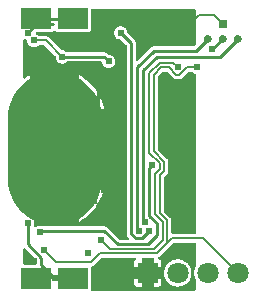
<source format=gbl>
G04 Layer: BottomLayer*
G04 EasyEDA v6.2.46, 2019-12-26T15:44:02--5:00*
G04 111d7bdae86b4e7985bcd74f00d2b945,ad3383c819c44bf79b2f5f1fb32db82d,10*
G04 Gerber Generator version 0.2*
G04 Scale: 100 percent, Rotated: No, Reflected: No *
G04 Dimensions in inches *
G04 leading zeros omitted , absolute positions ,2 integer and 4 decimal *
%FSLAX24Y24*%
%MOIN*%
G90*
G70D02*

%ADD10C,0.010000*%
%ADD12C,0.007992*%
%ADD14C,0.024000*%
%ADD26R,0.070866X0.070866*%
%ADD27C,0.070866*%

%LPD*%
G36*
G01X4875Y7409D02*
G01X4774Y7409D01*
G01X4762Y7407D01*
G01X4756Y7404D01*
G01X4751Y7401D01*
G01X4746Y7397D01*
G01X4602Y7253D01*
G01X4598Y7248D01*
G01X4595Y7243D01*
G01X4592Y7237D01*
G01X4590Y7225D01*
G01X4590Y4824D01*
G01X4592Y4812D01*
G01X4595Y4806D01*
G01X4598Y4801D01*
G01X4602Y4796D01*
G01X4907Y4491D01*
G01X4914Y4482D01*
G01X4920Y4473D01*
G01X4930Y4453D01*
G01X4934Y4443D01*
G01X4937Y4432D01*
G01X4939Y4422D01*
G01X4940Y4411D01*
G01X4940Y4088D01*
G01X4939Y4077D01*
G01X4937Y4067D01*
G01X4934Y4056D01*
G01X4930Y4046D01*
G01X4920Y4026D01*
G01X4914Y4017D01*
G01X4907Y4008D01*
G01X4802Y3903D01*
G01X4798Y3898D01*
G01X4795Y3893D01*
G01X4792Y3887D01*
G01X4790Y3875D01*
G01X4790Y2774D01*
G01X4792Y2762D01*
G01X4795Y2756D01*
G01X4798Y2751D01*
G01X4802Y2746D01*
G01X5007Y2541D01*
G01X5014Y2532D01*
G01X5020Y2523D01*
G01X5030Y2503D01*
G01X5034Y2493D01*
G01X5037Y2482D01*
G01X5039Y2472D01*
G01X5040Y2461D01*
G01X5040Y2030D01*
G01X5041Y2025D01*
G01X5042Y2019D01*
G01X5044Y2014D01*
G01X5050Y2004D01*
G01X5054Y2000D01*
G01X5064Y1994D01*
G01X5069Y1992D01*
G01X5075Y1991D01*
G01X5080Y1990D01*
G01X5810Y1990D01*
G01X5815Y1991D01*
G01X5821Y1992D01*
G01X5826Y1994D01*
G01X5836Y2000D01*
G01X5840Y2004D01*
G01X5846Y2014D01*
G01X5848Y2019D01*
G01X5849Y2025D01*
G01X5850Y2030D01*
G01X5850Y7305D01*
G01X5848Y7317D01*
G01X5842Y7327D01*
G01X5838Y7332D01*
G01X5834Y7336D01*
G01X5829Y7340D01*
G01X5823Y7342D01*
G01X5810Y7347D01*
G01X5797Y7354D01*
G01X5773Y7368D01*
G01X5761Y7377D01*
G01X5750Y7386D01*
G01X5735Y7401D01*
G01X5730Y7404D01*
G01X5718Y7408D01*
G01X5711Y7409D01*
G01X5624Y7409D01*
G01X5612Y7407D01*
G01X5606Y7404D01*
G01X5601Y7401D01*
G01X5596Y7397D01*
G01X5391Y7192D01*
G01X5382Y7185D01*
G01X5373Y7179D01*
G01X5353Y7169D01*
G01X5343Y7165D01*
G01X5332Y7162D01*
G01X5322Y7160D01*
G01X5311Y7159D01*
G01X5188Y7159D01*
G01X5177Y7160D01*
G01X5167Y7162D01*
G01X5156Y7165D01*
G01X5146Y7169D01*
G01X5126Y7179D01*
G01X5117Y7185D01*
G01X5108Y7192D01*
G01X4903Y7397D01*
G01X4898Y7401D01*
G01X4893Y7404D01*
G01X4887Y7407D01*
G01X4875Y7409D01*
G37*

%LPD*%
G36*
G01X5815Y9498D02*
G01X2395Y9498D01*
G01X2389Y9497D01*
G01X2384Y9495D01*
G01X2379Y9492D01*
G01X2375Y9489D01*
G01X2370Y9485D01*
G01X2364Y9475D01*
G01X2362Y9470D01*
G01X2361Y9464D01*
G01X2361Y8830D01*
G01X2359Y8812D01*
G01X2357Y8803D01*
G01X2354Y8794D01*
G01X2350Y8785D01*
G01X2346Y8777D01*
G01X2340Y8769D01*
G01X2334Y8762D01*
G01X2328Y8756D01*
G01X2321Y8750D01*
G01X2313Y8744D01*
G01X2305Y8740D01*
G01X2296Y8736D01*
G01X2287Y8733D01*
G01X2278Y8731D01*
G01X2260Y8729D01*
G01X1260Y8729D01*
G01X1242Y8731D01*
G01X1233Y8733D01*
G01X1224Y8736D01*
G01X1216Y8739D01*
G01X1208Y8743D01*
G01X1200Y8748D01*
G01X1193Y8754D01*
G01X1187Y8760D01*
G01X1181Y8767D01*
G01X1177Y8772D01*
G01X1167Y8778D01*
G01X1155Y8782D01*
G01X1144Y8782D01*
G01X1132Y8778D01*
G01X1122Y8772D01*
G01X1118Y8767D01*
G01X1112Y8760D01*
G01X1106Y8754D01*
G01X1099Y8748D01*
G01X1091Y8743D01*
G01X1083Y8739D01*
G01X1075Y8736D01*
G01X1066Y8733D01*
G01X1057Y8731D01*
G01X1039Y8729D01*
G01X547Y8729D01*
G01X542Y8728D01*
G01X536Y8726D01*
G01X531Y8723D01*
G01X519Y8711D01*
G01X516Y8706D01*
G01X514Y8700D01*
G01X513Y8695D01*
G01X513Y8683D01*
G01X514Y8678D01*
G01X517Y8672D01*
G01X519Y8667D01*
G01X527Y8659D01*
G01X532Y8655D01*
G01X537Y8652D01*
G01X550Y8646D01*
G01X563Y8639D01*
G01X575Y8631D01*
G01X587Y8622D01*
G01X598Y8613D01*
G01X609Y8603D01*
G01X614Y8598D01*
G01X619Y8595D01*
G01X631Y8591D01*
G01X638Y8590D01*
G01X861Y8590D01*
G01X872Y8589D01*
G01X882Y8587D01*
G01X893Y8584D01*
G01X903Y8580D01*
G01X923Y8570D01*
G01X932Y8564D01*
G01X941Y8557D01*
G01X1366Y8132D01*
G01X1371Y8128D01*
G01X1376Y8125D01*
G01X1382Y8122D01*
G01X1394Y8120D01*
G01X1395Y8120D01*
G01X1400Y8121D01*
G01X1413Y8120D01*
G01X1427Y8119D01*
G01X1441Y8117D01*
G01X1454Y8114D01*
G01X1467Y8110D01*
G01X1493Y8100D01*
G01X1529Y8079D01*
G01X1540Y8070D01*
G01X1550Y8061D01*
G01X1555Y8057D01*
G01X1560Y8054D01*
G01X1566Y8052D01*
G01X1571Y8051D01*
G01X2800Y8051D01*
G01X2811Y8050D01*
G01X2823Y8049D01*
G01X2835Y8046D01*
G01X2846Y8043D01*
G01X2857Y8039D01*
G01X2868Y8034D01*
G01X2888Y8022D01*
G01X2898Y8014D01*
G01X2930Y7982D01*
G01X2935Y7978D01*
G01X2940Y7975D01*
G01X2946Y7973D01*
G01X2951Y7971D01*
G01X2957Y7970D01*
G01X2971Y7969D01*
G01X2984Y7968D01*
G01X2998Y7965D01*
G01X3011Y7962D01*
G01X3024Y7958D01*
G01X3036Y7953D01*
G01X3049Y7947D01*
G01X3061Y7941D01*
G01X3094Y7917D01*
G01X3104Y7908D01*
G01X3122Y7888D01*
G01X3138Y7866D01*
G01X3150Y7842D01*
G01X3156Y7829D01*
G01X3164Y7803D01*
G01X3167Y7790D01*
G01X3169Y7777D01*
G01X3171Y7749D01*
G01X3169Y7723D01*
G01X3167Y7710D01*
G01X3164Y7697D01*
G01X3156Y7671D01*
G01X3151Y7659D01*
G01X3139Y7635D01*
G01X3123Y7613D01*
G01X3115Y7603D01*
G01X3106Y7593D01*
G01X3096Y7584D01*
G01X3086Y7576D01*
G01X3064Y7560D01*
G01X3040Y7548D01*
G01X3028Y7543D01*
G01X3002Y7535D01*
G01X2989Y7532D01*
G01X2976Y7530D01*
G01X2950Y7528D01*
G01X2922Y7530D01*
G01X2909Y7532D01*
G01X2896Y7535D01*
G01X2870Y7543D01*
G01X2857Y7549D01*
G01X2833Y7561D01*
G01X2811Y7577D01*
G01X2791Y7595D01*
G01X2782Y7605D01*
G01X2773Y7616D01*
G01X2766Y7627D01*
G01X2758Y7638D01*
G01X2752Y7650D01*
G01X2746Y7663D01*
G01X2741Y7675D01*
G01X2737Y7688D01*
G01X2734Y7701D01*
G01X2731Y7715D01*
G01X2730Y7720D01*
G01X2728Y7726D01*
G01X2725Y7730D01*
G01X2722Y7735D01*
G01X2718Y7739D01*
G01X2708Y7745D01*
G01X2703Y7747D01*
G01X2697Y7748D01*
G01X1571Y7748D01*
G01X1566Y7747D01*
G01X1560Y7745D01*
G01X1555Y7742D01*
G01X1550Y7738D01*
G01X1540Y7729D01*
G01X1529Y7720D01*
G01X1493Y7699D01*
G01X1467Y7689D01*
G01X1454Y7685D01*
G01X1441Y7682D01*
G01X1427Y7680D01*
G01X1413Y7679D01*
G01X1386Y7679D01*
G01X1373Y7680D01*
G01X1360Y7682D01*
G01X1347Y7685D01*
G01X1321Y7693D01*
G01X1309Y7698D01*
G01X1285Y7710D01*
G01X1263Y7726D01*
G01X1253Y7734D01*
G01X1243Y7743D01*
G01X1234Y7753D01*
G01X1226Y7763D01*
G01X1210Y7785D01*
G01X1198Y7809D01*
G01X1193Y7821D01*
G01X1185Y7847D01*
G01X1182Y7860D01*
G01X1180Y7873D01*
G01X1179Y7886D01*
G01X1178Y7900D01*
G01X1179Y7904D01*
G01X1179Y7905D01*
G01X1177Y7917D01*
G01X1174Y7923D01*
G01X1171Y7928D01*
G01X1167Y7933D01*
G01X803Y8297D01*
G01X798Y8301D01*
G01X793Y8304D01*
G01X787Y8307D01*
G01X775Y8309D01*
G01X638Y8309D01*
G01X631Y8308D01*
G01X619Y8304D01*
G01X614Y8301D01*
G01X609Y8296D01*
G01X589Y8278D01*
G01X578Y8270D01*
G01X566Y8262D01*
G01X555Y8255D01*
G01X542Y8249D01*
G01X530Y8244D01*
G01X517Y8239D01*
G01X504Y8235D01*
G01X490Y8232D01*
G01X477Y8230D01*
G01X463Y8229D01*
G01X450Y8228D01*
G01X422Y8230D01*
G01X408Y8232D01*
G01X395Y8235D01*
G01X382Y8239D01*
G01X356Y8249D01*
G01X344Y8255D01*
G01X332Y8262D01*
G01X310Y8278D01*
G01X299Y8287D01*
G01X290Y8297D01*
G01X280Y8307D01*
G01X264Y8329D01*
G01X257Y8341D01*
G01X251Y8353D01*
G01X245Y8366D01*
G01X240Y8379D01*
G01X236Y8392D01*
G01X233Y8405D01*
G01X229Y8433D01*
G01X229Y8446D01*
G01X227Y8458D01*
G01X224Y8463D01*
G01X222Y8468D01*
G01X218Y8473D01*
G01X214Y8477D01*
G01X209Y8480D01*
G01X203Y8483D01*
G01X198Y8485D01*
G01X184Y8488D01*
G01X170Y8493D01*
G01X157Y8499D01*
G01X152Y8501D01*
G01X146Y8502D01*
G01X135Y8502D01*
G01X129Y8501D01*
G01X124Y8499D01*
G01X114Y8493D01*
G01X110Y8489D01*
G01X104Y8479D01*
G01X102Y8474D01*
G01X101Y8468D01*
G01X101Y7214D01*
G01X102Y7208D01*
G01X104Y7203D01*
G01X110Y7193D01*
G01X114Y7189D01*
G01X124Y7183D01*
G01X129Y7181D01*
G01X135Y7180D01*
G01X140Y7179D01*
G01X154Y7181D01*
G01X160Y7184D01*
G01X165Y7188D01*
G01X193Y7209D01*
G01X203Y7216D01*
G01X337Y7297D01*
G01X337Y6154D01*
G01X135Y6154D01*
G01X129Y6152D01*
G01X119Y6148D01*
G01X114Y6144D01*
G01X110Y6140D01*
G01X107Y6136D01*
G01X104Y6131D01*
G01X102Y6125D01*
G01X101Y6120D01*
G01X101Y3579D01*
G01X102Y3574D01*
G01X104Y3568D01*
G01X107Y3563D01*
G01X110Y3559D01*
G01X114Y3555D01*
G01X119Y3551D01*
G01X129Y3547D01*
G01X135Y3545D01*
G01X337Y3545D01*
G01X337Y2577D01*
G01X339Y2565D01*
G01X341Y2560D01*
G01X344Y2554D01*
G01X348Y2550D01*
G01X358Y2542D01*
G01X369Y2535D01*
G01X381Y2527D01*
G01X392Y2519D01*
G01X402Y2510D01*
G01X411Y2500D01*
G01X421Y2489D01*
G01X429Y2479D01*
G01X437Y2467D01*
G01X444Y2455D01*
G01X450Y2443D01*
G01X460Y2417D01*
G01X464Y2404D01*
G01X467Y2391D01*
G01X469Y2377D01*
G01X470Y2363D01*
G01X471Y2350D01*
G01X470Y2334D01*
G01X466Y2304D01*
G01X462Y2290D01*
G01X457Y2273D01*
G01X455Y2266D01*
G01X454Y2259D01*
G01X455Y2254D01*
G01X456Y2248D01*
G01X458Y2243D01*
G01X464Y2233D01*
G01X468Y2229D01*
G01X478Y2223D01*
G01X483Y2221D01*
G01X489Y2220D01*
G01X494Y2219D01*
G01X501Y2220D01*
G01X507Y2221D01*
G01X513Y2224D01*
G01X518Y2227D01*
G01X535Y2239D01*
G01X559Y2251D01*
G01X571Y2256D01*
G01X597Y2264D01*
G01X610Y2267D01*
G01X623Y2269D01*
G01X636Y2270D01*
G01X664Y2270D01*
G01X678Y2269D01*
G01X693Y2266D01*
G01X707Y2263D01*
G01X721Y2259D01*
G01X734Y2254D01*
G01X742Y2251D01*
G01X2800Y2251D01*
G01X2811Y2250D01*
G01X2823Y2249D01*
G01X2835Y2246D01*
G01X2846Y2243D01*
G01X2857Y2239D01*
G01X2868Y2234D01*
G01X2888Y2222D01*
G01X2898Y2214D01*
G01X3300Y1812D01*
G01X3305Y1808D01*
G01X3310Y1805D01*
G01X3316Y1802D01*
G01X3322Y1801D01*
G01X3594Y1801D01*
G01X3600Y1802D01*
G01X3605Y1804D01*
G01X3615Y1810D01*
G01X3619Y1814D01*
G01X3625Y1824D01*
G01X3627Y1829D01*
G01X3628Y1835D01*
G01X3628Y1847D01*
G01X3624Y1859D01*
G01X3621Y1864D01*
G01X3617Y1869D01*
G01X3585Y1901D01*
G01X3577Y1911D01*
G01X3565Y1931D01*
G01X3560Y1942D01*
G01X3556Y1953D01*
G01X3553Y1964D01*
G01X3550Y1976D01*
G01X3548Y2000D01*
G01X3548Y8277D01*
G01X3547Y8283D01*
G01X3544Y8289D01*
G01X3541Y8294D01*
G01X3537Y8299D01*
G01X3369Y8467D01*
G01X3364Y8471D01*
G01X3359Y8474D01*
G01X3353Y8476D01*
G01X3348Y8478D01*
G01X3342Y8479D01*
G01X3328Y8480D01*
G01X3315Y8481D01*
G01X3301Y8484D01*
G01X3288Y8487D01*
G01X3275Y8491D01*
G01X3263Y8496D01*
G01X3250Y8502D01*
G01X3238Y8508D01*
G01X3205Y8532D01*
G01X3195Y8541D01*
G01X3177Y8561D01*
G01X3161Y8583D01*
G01X3149Y8607D01*
G01X3143Y8620D01*
G01X3135Y8646D01*
G01X3132Y8659D01*
G01X3130Y8672D01*
G01X3128Y8700D01*
G01X3130Y8726D01*
G01X3132Y8739D01*
G01X3135Y8752D01*
G01X3143Y8778D01*
G01X3148Y8790D01*
G01X3160Y8814D01*
G01X3176Y8836D01*
G01X3184Y8846D01*
G01X3193Y8856D01*
G01X3203Y8865D01*
G01X3213Y8873D01*
G01X3235Y8889D01*
G01X3259Y8901D01*
G01X3271Y8906D01*
G01X3297Y8914D01*
G01X3310Y8917D01*
G01X3323Y8919D01*
G01X3336Y8920D01*
G01X3350Y8921D01*
G01X3363Y8920D01*
G01X3377Y8919D01*
G01X3390Y8917D01*
G01X3403Y8914D01*
G01X3429Y8906D01*
G01X3442Y8900D01*
G01X3466Y8888D01*
G01X3488Y8872D01*
G01X3508Y8854D01*
G01X3517Y8844D01*
G01X3541Y8811D01*
G01X3547Y8799D01*
G01X3553Y8786D01*
G01X3558Y8774D01*
G01X3562Y8761D01*
G01X3565Y8748D01*
G01X3568Y8734D01*
G01X3569Y8721D01*
G01X3570Y8707D01*
G01X3571Y8701D01*
G01X3573Y8696D01*
G01X3575Y8690D01*
G01X3578Y8685D01*
G01X3582Y8680D01*
G01X3814Y8448D01*
G01X3822Y8438D01*
G01X3834Y8418D01*
G01X3839Y8407D01*
G01X3843Y8396D01*
G01X3846Y8385D01*
G01X3849Y8373D01*
G01X3851Y8349D01*
G01X3851Y7805D01*
G01X3852Y7799D01*
G01X3854Y7794D01*
G01X3860Y7784D01*
G01X3864Y7780D01*
G01X3874Y7774D01*
G01X3879Y7772D01*
G01X3885Y7771D01*
G01X3897Y7771D01*
G01X3909Y7775D01*
G01X3914Y7778D01*
G01X3919Y7782D01*
G01X4351Y8214D01*
G01X4361Y8222D01*
G01X4381Y8234D01*
G01X4392Y8239D01*
G01X4403Y8243D01*
G01X4414Y8246D01*
G01X4426Y8249D01*
G01X4438Y8250D01*
G01X4449Y8251D01*
G01X5777Y8251D01*
G01X5783Y8252D01*
G01X5789Y8255D01*
G01X5794Y8258D01*
G01X5799Y8262D01*
G01X5838Y8301D01*
G01X5842Y8306D01*
G01X5845Y8311D01*
G01X5848Y8317D01*
G01X5849Y8323D01*
G01X5850Y8330D01*
G01X5850Y9459D01*
G01X5849Y9464D01*
G01X5848Y9470D01*
G01X5846Y9475D01*
G01X5840Y9485D01*
G01X5836Y9489D01*
G01X5826Y9495D01*
G01X5821Y9497D01*
G01X5815Y9498D01*
G37*

%LPC*%
G36*
G01X2792Y3545D02*
G01X1962Y3545D01*
G01X1962Y2402D01*
G01X2096Y2483D01*
G01X2106Y2490D01*
G01X2256Y2607D01*
G01X2265Y2615D01*
G01X2400Y2750D01*
G01X2408Y2759D01*
G01X2525Y2908D01*
G01X2532Y2918D01*
G01X2630Y3081D01*
G01X2636Y3092D01*
G01X2714Y3265D01*
G01X2718Y3277D01*
G01X2775Y3458D01*
G01X2778Y3470D01*
G01X2792Y3545D01*
G37*
G36*
G01X2096Y7216D02*
G01X1962Y7297D01*
G01X1962Y6154D01*
G01X2792Y6154D01*
G01X2778Y6229D01*
G01X2775Y6241D01*
G01X2718Y6422D01*
G01X2714Y6434D01*
G01X2636Y6607D01*
G01X2630Y6618D01*
G01X2532Y6781D01*
G01X2525Y6791D01*
G01X2408Y6940D01*
G01X2400Y6949D01*
G01X2265Y7084D01*
G01X2256Y7092D01*
G01X2106Y7209D01*
G01X2096Y7216D01*
G37*

%LPD*%
G36*
G01X147Y1528D02*
G01X135Y1528D01*
G01X129Y1527D01*
G01X124Y1525D01*
G01X114Y1519D01*
G01X110Y1515D01*
G01X104Y1505D01*
G01X102Y1500D01*
G01X101Y1494D01*
G01X101Y1004D01*
G01X102Y999D01*
G01X104Y993D01*
G01X107Y988D01*
G01X110Y984D01*
G01X114Y980D01*
G01X119Y976D01*
G01X124Y973D01*
G01X129Y971D01*
G01X135Y970D01*
G01X514Y970D01*
G01X520Y971D01*
G01X525Y973D01*
G01X530Y976D01*
G01X535Y980D01*
G01X539Y984D01*
G01X542Y988D01*
G01X545Y993D01*
G01X547Y999D01*
G01X548Y1004D01*
G01X548Y1127D01*
G01X547Y1133D01*
G01X544Y1139D01*
G01X541Y1144D01*
G01X537Y1149D01*
G01X169Y1517D01*
G01X164Y1521D01*
G01X159Y1524D01*
G01X147Y1528D01*
G37*

%LPD*%
G36*
G01X5810Y1709D02*
G01X5124Y1709D01*
G01X5112Y1707D01*
G01X5106Y1704D01*
G01X5101Y1701D01*
G01X5096Y1697D01*
G01X4649Y1250D01*
G01X4639Y1241D01*
G01X4629Y1233D01*
G01X4617Y1226D01*
G01X4612Y1223D01*
G01X4608Y1219D01*
G01X4604Y1214D01*
G01X4601Y1209D01*
G01X4597Y1197D01*
G01X4597Y1185D01*
G01X4598Y1179D01*
G01X4607Y1164D01*
G01X4612Y1160D01*
G01X4616Y1156D01*
G01X4622Y1154D01*
G01X4627Y1152D01*
G01X4636Y1150D01*
G01X4660Y1138D01*
G01X4674Y1126D01*
G01X4680Y1120D01*
G01X4686Y1113D01*
G01X4691Y1105D01*
G01X4695Y1097D01*
G01X4698Y1089D01*
G01X4701Y1080D01*
G01X4703Y1072D01*
G01X4705Y1054D01*
G01X4705Y902D01*
G01X4452Y902D01*
G01X4452Y1169D01*
G01X4451Y1174D01*
G01X4450Y1180D01*
G01X4448Y1185D01*
G01X4442Y1195D01*
G01X4438Y1199D01*
G01X4428Y1205D01*
G01X4423Y1207D01*
G01X4417Y1208D01*
G01X4412Y1209D01*
G01X4087Y1209D01*
G01X4082Y1208D01*
G01X4076Y1207D01*
G01X4071Y1205D01*
G01X4061Y1199D01*
G01X4057Y1195D01*
G01X4051Y1185D01*
G01X4049Y1180D01*
G01X4048Y1174D01*
G01X4047Y1169D01*
G01X4047Y902D01*
G01X3794Y902D01*
G01X3794Y1054D01*
G01X3795Y1063D01*
G01X3796Y1073D01*
G01X3798Y1082D01*
G01X3801Y1091D01*
G01X3805Y1100D01*
G01X3810Y1108D01*
G01X3816Y1116D01*
G01X3822Y1123D01*
G01X3829Y1130D01*
G01X3836Y1136D01*
G01X3841Y1140D01*
G01X3849Y1150D01*
G01X3853Y1162D01*
G01X3853Y1174D01*
G01X3852Y1180D01*
G01X3850Y1185D01*
G01X3847Y1190D01*
G01X3843Y1195D01*
G01X3839Y1199D01*
G01X3835Y1202D01*
G01X3830Y1205D01*
G01X3824Y1207D01*
G01X3819Y1208D01*
G01X3813Y1209D01*
G01X2724Y1209D01*
G01X2712Y1207D01*
G01X2706Y1204D01*
G01X2701Y1201D01*
G01X2696Y1197D01*
G01X2441Y942D01*
G01X2421Y928D01*
G01X2411Y923D01*
G01X2400Y918D01*
G01X2389Y914D01*
G01X2379Y910D01*
G01X2374Y906D01*
G01X2370Y902D01*
G01X2367Y898D01*
G01X2364Y892D01*
G01X2362Y887D01*
G01X2361Y882D01*
G01X2361Y169D01*
G01X2359Y149D01*
G01X2358Y140D01*
G01X2358Y135D01*
G01X2359Y129D01*
G01X2361Y124D01*
G01X2364Y119D01*
G01X2368Y114D01*
G01X2372Y110D01*
G01X2376Y107D01*
G01X2381Y104D01*
G01X2387Y102D01*
G01X2392Y101D01*
G01X5815Y101D01*
G01X5821Y102D01*
G01X5826Y104D01*
G01X5836Y110D01*
G01X5840Y114D01*
G01X5846Y124D01*
G01X5848Y129D01*
G01X5850Y141D01*
G01X5850Y472D01*
G01X5849Y478D01*
G01X5847Y485D01*
G01X5845Y490D01*
G01X5836Y508D01*
G01X5828Y526D01*
G01X5821Y545D01*
G01X5815Y563D01*
G01X5810Y582D01*
G01X5805Y602D01*
G01X5801Y621D01*
G01X5798Y640D01*
G01X5796Y660D01*
G01X5794Y700D01*
G01X5795Y719D01*
G01X5796Y739D01*
G01X5798Y759D01*
G01X5801Y778D01*
G01X5805Y797D01*
G01X5810Y817D01*
G01X5815Y836D01*
G01X5821Y854D01*
G01X5828Y873D01*
G01X5836Y891D01*
G01X5845Y909D01*
G01X5847Y914D01*
G01X5849Y921D01*
G01X5850Y927D01*
G01X5850Y1669D01*
G01X5849Y1674D01*
G01X5848Y1680D01*
G01X5846Y1685D01*
G01X5840Y1695D01*
G01X5836Y1699D01*
G01X5826Y1705D01*
G01X5821Y1707D01*
G01X5815Y1708D01*
G01X5810Y1709D01*
G37*

%LPC*%
G36*
G01X5288Y1153D02*
G01X5250Y1155D01*
G01X5230Y1154D01*
G01X5211Y1153D01*
G01X5192Y1151D01*
G01X5154Y1145D01*
G01X5116Y1135D01*
G01X5098Y1129D01*
G01X5080Y1122D01*
G01X5062Y1114D01*
G01X5045Y1106D01*
G01X5027Y1097D01*
G01X4995Y1077D01*
G01X4979Y1066D01*
G01X4963Y1054D01*
G01X4949Y1041D01*
G01X4934Y1028D01*
G01X4921Y1015D01*
G01X4908Y1000D01*
G01X4895Y986D01*
G01X4883Y970D01*
G01X4872Y954D01*
G01X4852Y922D01*
G01X4843Y904D01*
G01X4835Y887D01*
G01X4827Y869D01*
G01X4820Y851D01*
G01X4814Y833D01*
G01X4804Y795D01*
G01X4798Y757D01*
G01X4796Y738D01*
G01X4794Y700D01*
G01X4795Y680D01*
G01X4796Y661D01*
G01X4798Y642D01*
G01X4804Y604D01*
G01X4814Y566D01*
G01X4820Y548D01*
G01X4827Y530D01*
G01X4835Y512D01*
G01X4843Y495D01*
G01X4852Y477D01*
G01X4872Y445D01*
G01X4883Y429D01*
G01X4895Y413D01*
G01X4908Y399D01*
G01X4921Y384D01*
G01X4934Y371D01*
G01X4949Y358D01*
G01X4963Y345D01*
G01X4979Y333D01*
G01X4995Y322D01*
G01X5027Y302D01*
G01X5045Y293D01*
G01X5062Y285D01*
G01X5080Y277D01*
G01X5098Y270D01*
G01X5116Y264D01*
G01X5154Y254D01*
G01X5192Y248D01*
G01X5211Y246D01*
G01X5230Y245D01*
G01X5250Y244D01*
G01X5288Y246D01*
G01X5307Y248D01*
G01X5345Y254D01*
G01X5383Y264D01*
G01X5401Y270D01*
G01X5419Y277D01*
G01X5437Y285D01*
G01X5454Y293D01*
G01X5472Y302D01*
G01X5504Y322D01*
G01X5520Y333D01*
G01X5536Y345D01*
G01X5550Y358D01*
G01X5565Y371D01*
G01X5578Y384D01*
G01X5591Y399D01*
G01X5604Y413D01*
G01X5616Y429D01*
G01X5627Y445D01*
G01X5647Y477D01*
G01X5656Y495D01*
G01X5664Y512D01*
G01X5672Y530D01*
G01X5679Y548D01*
G01X5685Y566D01*
G01X5695Y604D01*
G01X5701Y642D01*
G01X5703Y661D01*
G01X5704Y680D01*
G01X5705Y700D01*
G01X5703Y738D01*
G01X5701Y757D01*
G01X5695Y795D01*
G01X5685Y833D01*
G01X5679Y851D01*
G01X5672Y869D01*
G01X5664Y887D01*
G01X5656Y904D01*
G01X5647Y922D01*
G01X5627Y954D01*
G01X5616Y970D01*
G01X5604Y986D01*
G01X5591Y1000D01*
G01X5578Y1015D01*
G01X5565Y1028D01*
G01X5550Y1041D01*
G01X5536Y1054D01*
G01X5520Y1066D01*
G01X5504Y1077D01*
G01X5472Y1097D01*
G01X5454Y1106D01*
G01X5437Y1114D01*
G01X5419Y1122D01*
G01X5401Y1129D01*
G01X5383Y1135D01*
G01X5345Y1145D01*
G01X5307Y1151D01*
G01X5288Y1153D01*
G37*
G36*
G01X4047Y497D02*
G01X3794Y497D01*
G01X3794Y345D01*
G01X3796Y327D01*
G01X3798Y318D01*
G01X3801Y309D01*
G01X3805Y300D01*
G01X3809Y292D01*
G01X3815Y284D01*
G01X3821Y277D01*
G01X3827Y271D01*
G01X3834Y265D01*
G01X3842Y259D01*
G01X3850Y255D01*
G01X3859Y251D01*
G01X3868Y248D01*
G01X3877Y246D01*
G01X3895Y244D01*
G01X4047Y244D01*
G01X4047Y497D01*
G37*
G36*
G01X4705Y497D02*
G01X4452Y497D01*
G01X4452Y244D01*
G01X4604Y244D01*
G01X4622Y246D01*
G01X4631Y248D01*
G01X4640Y251D01*
G01X4649Y255D01*
G01X4657Y259D01*
G01X4665Y265D01*
G01X4672Y271D01*
G01X4678Y277D01*
G01X4684Y284D01*
G01X4690Y292D01*
G01X4694Y300D01*
G01X4698Y309D01*
G01X4701Y318D01*
G01X4703Y327D01*
G01X4705Y345D01*
G01X4705Y497D01*
G37*

%LPD*%
G54D12*
G01X4550Y1350D02*
G01X4900Y1700D01*
G01X4900Y2450D01*
G01X4650Y2700D01*
G01X4650Y3950D01*
G01X4800Y4100D01*
G01X4800Y4400D01*
G01X4450Y4750D01*
G01X4450Y7300D01*
G01X4700Y7550D01*
G01X4950Y7550D01*
G01X5200Y7300D01*
G01X5300Y7300D01*
G01X5550Y7550D01*
G01X5900Y7550D01*
G54D10*
G01X4400Y4300D02*
G01X4300Y4200D01*
G01X4300Y2600D01*
G01X4550Y2350D01*
G01X4550Y1950D01*
G01X4250Y1650D01*
G01X3250Y1650D01*
G01X2800Y2100D01*
G01X700Y2100D01*
G01X650Y2050D01*
G54D12*
G01X2700Y1800D02*
G01X3000Y1500D01*
G01X4450Y1500D01*
G01X4750Y1800D01*
G01X4750Y2400D01*
G01X4500Y2650D01*
G01X4500Y4000D01*
G01X4650Y4150D01*
G01X4650Y4350D01*
G01X4300Y4700D01*
G01X4300Y7350D01*
G01X4650Y7700D01*
G01X5100Y7700D01*
G01X5250Y7550D01*
G01X800Y1450D02*
G01X1200Y1050D01*
G01X2350Y1050D01*
G01X2650Y1350D01*
G01X4550Y1350D01*
G01X5050Y1850D01*
G01X6100Y1850D01*
G01X7250Y700D01*
G01X1150Y519D02*
G01X1760Y519D01*
G01X539Y519D02*
G01X1150Y519D01*
G01X450Y8450D02*
G01X850Y8450D01*
G01X1400Y7900D01*
G54D10*
G01X1400Y7900D02*
G01X2800Y7900D01*
G01X2950Y7750D01*
G01X4150Y2400D02*
G01X4100Y2450D01*
G01X4100Y7450D01*
G01X4550Y7900D01*
G01X6650Y7900D01*
G01X7250Y8500D01*
G01X6750Y8500D02*
G01X6400Y8150D01*
G01X3950Y2100D02*
G01X3900Y2150D01*
G01X3900Y7550D01*
G01X4450Y8100D01*
G01X5850Y8100D01*
G01X6250Y8500D01*
G01X3350Y8700D02*
G01X3700Y8350D01*
G01X3700Y2000D01*
G01X3850Y1850D01*
G01X4050Y1850D01*
G01X4300Y2100D01*
G01X1200Y4800D02*
G01X1200Y7450D01*
G01X1100Y7550D01*
G01X5200Y6366D02*
G01X5200Y3900D01*
G01X2800Y3800D02*
G01X2800Y4150D01*
G01X2800Y4150D02*
G01X2450Y4150D01*
G01X2450Y4150D02*
G01X2100Y4150D01*
G01X2100Y4150D02*
G01X2100Y3800D01*
G01X2100Y3800D02*
G01X2450Y3800D01*
G01X2450Y3800D02*
G01X2100Y4150D01*
G01X2100Y4150D02*
G01X1450Y4800D01*
G01X1200Y4800D01*
G01X1200Y4800D02*
G01X1800Y5400D01*
G01X1800Y7500D01*
G01X1200Y4800D02*
G01X2600Y6200D01*
G01X2600Y7400D01*
G54D12*
G01X6750Y9000D02*
G01X6450Y9300D01*
G01X5950Y9300D01*
G01X5750Y9100D01*
G01X5750Y8400D01*
G54D10*
G01X539Y9180D02*
G01X720Y9000D01*
G01X1096Y9000D01*
G01X250Y8700D02*
G01X539Y8989D01*
G01X539Y9180D01*
G01X539Y9180D02*
G01X1760Y9180D01*
G01X1150Y519D02*
G01X700Y969D01*
G01X700Y1200D01*
G01X250Y1650D01*
G01X250Y2350D01*
G36*
G01X6625Y9125D02*
G01X6625Y8875D01*
G01X6875Y8875D01*
G01X6875Y9125D01*
G01X6625Y9125D01*
G37*
G36*
G01X6250Y8625D02*
G01X6234Y8624D01*
G01X6220Y8621D01*
G01X6205Y8616D01*
G01X6191Y8610D01*
G01X6178Y8602D01*
G01X6167Y8593D01*
G01X6156Y8582D01*
G01X6147Y8571D01*
G01X6139Y8558D01*
G01X6133Y8544D01*
G01X6128Y8529D01*
G01X6125Y8515D01*
G01X6125Y8500D01*
G01X6125Y8500D01*
G01X6125Y8484D01*
G01X6128Y8470D01*
G01X6133Y8455D01*
G01X6139Y8441D01*
G01X6147Y8428D01*
G01X6156Y8417D01*
G01X6167Y8406D01*
G01X6178Y8397D01*
G01X6191Y8389D01*
G01X6205Y8383D01*
G01X6220Y8378D01*
G01X6234Y8375D01*
G01X6250Y8375D01*
G01X6250Y8375D01*
G01X6265Y8375D01*
G01X6279Y8378D01*
G01X6294Y8383D01*
G01X6308Y8389D01*
G01X6321Y8397D01*
G01X6332Y8406D01*
G01X6343Y8417D01*
G01X6352Y8428D01*
G01X6360Y8441D01*
G01X6366Y8455D01*
G01X6371Y8470D01*
G01X6374Y8484D01*
G01X6375Y8500D01*
G01X6375Y8500D01*
G01X6374Y8515D01*
G01X6371Y8529D01*
G01X6366Y8544D01*
G01X6360Y8558D01*
G01X6352Y8571D01*
G01X6343Y8582D01*
G01X6332Y8593D01*
G01X6321Y8602D01*
G01X6308Y8610D01*
G01X6294Y8616D01*
G01X6279Y8621D01*
G01X6265Y8624D01*
G01X6250Y8625D01*
G01X6250Y8625D01*
G37*
G36*
G01X7250Y8625D02*
G01X7234Y8624D01*
G01X7220Y8621D01*
G01X7205Y8616D01*
G01X7191Y8610D01*
G01X7178Y8602D01*
G01X7167Y8593D01*
G01X7156Y8582D01*
G01X7147Y8571D01*
G01X7139Y8558D01*
G01X7133Y8544D01*
G01X7128Y8529D01*
G01X7125Y8515D01*
G01X7125Y8500D01*
G01X7125Y8500D01*
G01X7125Y8484D01*
G01X7128Y8470D01*
G01X7133Y8455D01*
G01X7139Y8441D01*
G01X7147Y8428D01*
G01X7156Y8417D01*
G01X7167Y8406D01*
G01X7178Y8397D01*
G01X7191Y8389D01*
G01X7205Y8383D01*
G01X7220Y8378D01*
G01X7234Y8375D01*
G01X7250Y8375D01*
G01X7250Y8375D01*
G01X7265Y8375D01*
G01X7279Y8378D01*
G01X7294Y8383D01*
G01X7308Y8389D01*
G01X7321Y8397D01*
G01X7332Y8406D01*
G01X7343Y8417D01*
G01X7352Y8428D01*
G01X7360Y8441D01*
G01X7366Y8455D01*
G01X7371Y8470D01*
G01X7374Y8484D01*
G01X7375Y8500D01*
G01X7375Y8500D01*
G01X7374Y8515D01*
G01X7371Y8529D01*
G01X7366Y8544D01*
G01X7360Y8558D01*
G01X7352Y8571D01*
G01X7343Y8582D01*
G01X7332Y8593D01*
G01X7321Y8602D01*
G01X7308Y8610D01*
G01X7294Y8616D01*
G01X7279Y8621D01*
G01X7265Y8624D01*
G01X7250Y8625D01*
G01X7250Y8625D01*
G37*
G36*
G01X6750Y8625D02*
G01X6734Y8624D01*
G01X6720Y8621D01*
G01X6705Y8616D01*
G01X6691Y8610D01*
G01X6678Y8602D01*
G01X6667Y8593D01*
G01X6656Y8582D01*
G01X6647Y8571D01*
G01X6639Y8558D01*
G01X6633Y8544D01*
G01X6628Y8529D01*
G01X6625Y8515D01*
G01X6625Y8500D01*
G01X6625Y8500D01*
G01X6625Y8484D01*
G01X6628Y8470D01*
G01X6633Y8455D01*
G01X6639Y8441D01*
G01X6647Y8428D01*
G01X6656Y8417D01*
G01X6667Y8406D01*
G01X6678Y8397D01*
G01X6691Y8389D01*
G01X6705Y8383D01*
G01X6720Y8378D01*
G01X6734Y8375D01*
G01X6750Y8375D01*
G01X6750Y8375D01*
G01X6765Y8375D01*
G01X6779Y8378D01*
G01X6794Y8383D01*
G01X6808Y8389D01*
G01X6821Y8397D01*
G01X6832Y8406D01*
G01X6843Y8417D01*
G01X6852Y8428D01*
G01X6860Y8441D01*
G01X6866Y8455D01*
G01X6871Y8470D01*
G01X6874Y8484D01*
G01X6875Y8500D01*
G01X6875Y8500D01*
G01X6874Y8515D01*
G01X6871Y8529D01*
G01X6866Y8544D01*
G01X6860Y8558D01*
G01X6852Y8571D01*
G01X6843Y8582D01*
G01X6832Y8593D01*
G01X6821Y8602D01*
G01X6808Y8610D01*
G01X6794Y8616D01*
G01X6779Y8621D01*
G01X6765Y8624D01*
G01X6750Y8625D01*
G01X6750Y8625D01*
G37*
G36*
G01X1260Y169D02*
G01X2260Y169D01*
G01X2260Y869D01*
G01X1260Y869D01*
G01X1260Y169D01*
G37*
G36*
G01X1150Y2290D02*
G01X1339Y2302D01*
G01X1526Y2336D01*
G01X1708Y2393D01*
G01X1881Y2471D01*
G01X2044Y2569D01*
G01X2194Y2686D01*
G01X2328Y2821D01*
G01X2446Y2971D01*
G01X2544Y3133D01*
G01X2622Y3307D01*
G01X2678Y3488D01*
G01X2713Y3675D01*
G01X2724Y3865D01*
G01X2724Y5834D01*
G01X2713Y6024D01*
G01X2678Y6211D01*
G01X2622Y6392D01*
G01X2544Y6566D01*
G01X2446Y6728D01*
G01X2328Y6878D01*
G01X2194Y7013D01*
G01X2044Y7130D01*
G01X1881Y7228D01*
G01X1708Y7306D01*
G01X1526Y7363D01*
G01X1339Y7397D01*
G01X1150Y7409D01*
G01X1150Y7409D01*
G01X960Y7397D01*
G01X773Y7363D01*
G01X591Y7306D01*
G01X418Y7228D01*
G01X255Y7130D01*
G01X105Y7013D01*
G01X-28Y6878D01*
G01X-146Y6728D01*
G01X-244Y6566D01*
G01X-322Y6392D01*
G01X-378Y6211D01*
G01X-413Y6024D01*
G01X-424Y5834D01*
G01X-424Y3865D01*
G01X-413Y3675D01*
G01X-378Y3488D01*
G01X-322Y3307D01*
G01X-244Y3133D01*
G01X-146Y2971D01*
G01X-28Y2821D01*
G01X105Y2686D01*
G01X255Y2569D01*
G01X418Y2471D01*
G01X591Y2393D01*
G01X773Y2336D01*
G01X960Y2302D01*
G01X1150Y2290D01*
G01X1150Y2290D01*
G37*
G36*
G01X1260Y8830D02*
G01X2260Y8830D01*
G01X2260Y9530D01*
G01X1260Y9530D01*
G01X1260Y8830D01*
G37*
G36*
G01X39Y169D02*
G01X1039Y169D01*
G01X1039Y869D01*
G01X39Y869D01*
G01X39Y169D01*
G37*
G36*
G01X39Y8830D02*
G01X1039Y8830D01*
G01X1039Y9530D01*
G01X39Y9530D01*
G01X39Y8830D01*
G37*
G54D26*
G01X4250Y700D03*
G54D27*
G01X5250Y700D03*
G01X6250Y700D03*
G01X7250Y700D03*
G54D14*
G01X950Y7850D03*
G01X700Y7850D03*
G01X850Y7550D03*
G01X3400Y7650D03*
G01X3150Y4150D03*
G01X3150Y3800D03*
G01X3150Y3450D03*
G01X3150Y3100D03*
G01X450Y1100D03*
G01X5200Y2150D03*
G01X5450Y2150D03*
G01X5700Y2150D03*
G01X5450Y3900D03*
G01X5700Y3900D03*
G01X5700Y7150D03*
G01X5700Y6850D03*
G01X5700Y6550D03*
G01X5700Y5050D03*
G01X5700Y5350D03*
G01X5700Y6250D03*
G01X5500Y8400D03*
G01X5200Y9000D03*
G01X5450Y9000D03*
G01X5700Y9000D03*
G01X5250Y1500D03*
G01X5500Y1500D03*
G01X5750Y1500D03*
G01X5250Y7550D03*
G01X2700Y1800D03*
G01X1150Y519D03*
G01X450Y8450D03*
G01X2950Y7750D03*
G01X5750Y8400D03*
G01X650Y2050D03*
G01X4400Y4300D03*
G01X5200Y3900D03*
G01X4300Y2100D03*
G01X1800Y7500D03*
G01X2600Y7400D03*
G01X1100Y7550D03*
G01X1400Y7900D03*
G01X800Y1450D03*
G01X6400Y8150D03*
G01X4150Y2400D03*
G01X3950Y2100D03*
G01X2800Y3100D03*
G01X2800Y3450D03*
G01X2100Y3100D03*
G01X2450Y3100D03*
G01X2450Y3450D03*
G01X2100Y3450D03*
G01X2100Y3800D03*
G01X2450Y3800D03*
G01X2800Y3800D03*
G01X2800Y4150D03*
G01X2450Y4150D03*
G01X2100Y4150D03*
G01X3350Y8700D03*
G01X2272Y1350D03*
G01X250Y2350D03*
G01X250Y8700D03*
G01X5900Y7550D03*
M00*
M02*

</source>
